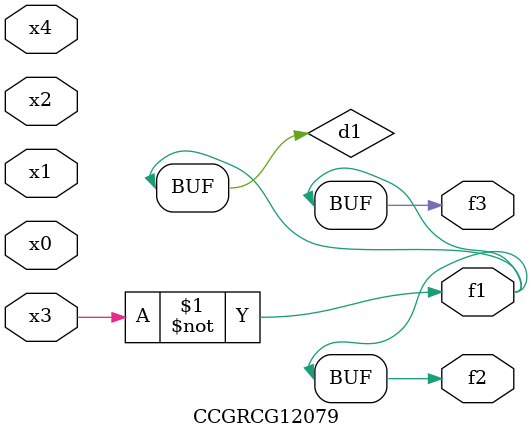
<source format=v>
module CCGRCG12079(
	input x0, x1, x2, x3, x4,
	output f1, f2, f3
);

	wire d1, d2;

	xnor (d1, x3);
	not (d2, x1);
	assign f1 = d1;
	assign f2 = d1;
	assign f3 = d1;
endmodule

</source>
